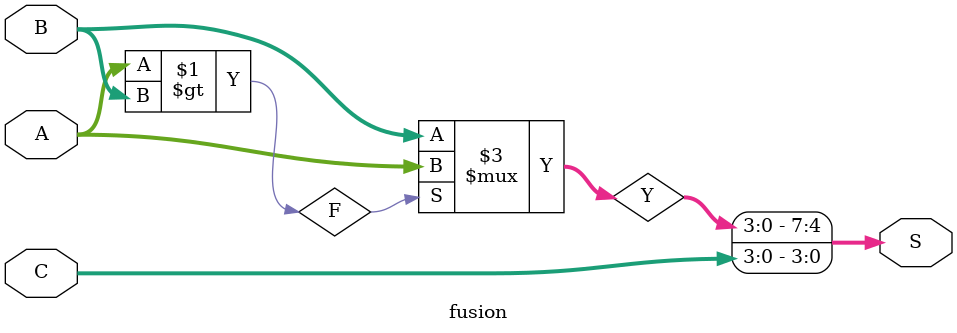
<source format=v>
module fusion(A,B,C,S);

input wire [3:0] A,B,C;
output wire [7:0] S;
wire [3:0] Y;
wire F;

assign F = A>B;
assign Y = (F==1) ? A : B;

assign S[7:4] = Y;
assign S[3:0] = C;

endmodule
</source>
